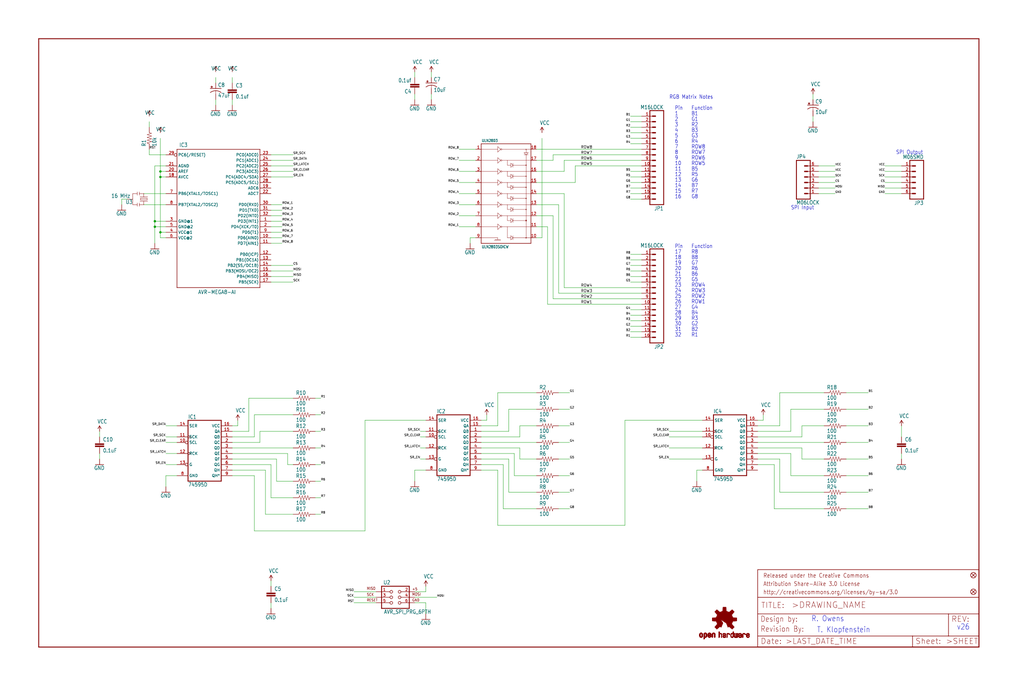
<source format=kicad_sch>
(kicad_sch (version 20211123) (generator eeschema)
  (paper "User" 470.306 317.906)
  (lib_symbols
    (symbol "schematicEagle-eagle-import:74595D"
      (property "Reference" "IC" (at -5.08 13.335 0))
      (property "Value" "74595D" (at -5.08 -17.78 0))
      (symbol "74595D_1_0"
        (pin tri_state line (at 15.24 5.08 180) (length 5.08) (name "QB") (number "1"))
        (pin input inverted (at -10.16 2.54 0) (length 5.08) (name "SCL") (number "10"))
        (pin input clock (at -10.16 5.08 0) (length 5.08) (name "SCK") (number "11"))
        (pin input clock (at -10.16 -2.54 0) (length 5.08) (name "RCK") (number "12"))
        (pin input inverted (at -10.16 -7.62 0) (length 5.08) (name "G") (number "13"))
        (pin input line (at -10.16 10.16 0) (length 5.08) (name "SER") (number "14"))
        (pin tri_state line (at 15.24 7.62 180) (length 5.08) (name "QA") (number "15"))
        (pin power_in line (at 15.24 10.16 180) (length 5.08) (name "VCC") (number "16"))
        (pin tri_state line (at 15.24 2.54 180) (length 5.08) (name "QC") (number "2"))
        (pin tri_state line (at 15.24 0 180) (length 5.08) (name "QD") (number "3"))
        (pin tri_state line (at 15.24 -2.54 180) (length 5.08) (name "QE") (number "4"))
        (pin tri_state line (at 15.24 -5.08 180) (length 5.08) (name "QF") (number "5"))
        (pin tri_state line (at 15.24 -7.62 180) (length 5.08) (name "QG") (number "6"))
        (pin tri_state line (at 15.24 -10.16 180) (length 5.08) (name "QH") (number "7"))
        (pin power_in line (at -10.16 -12.7 0) (length 5.08) (name "GND") (number "8"))
        (pin tri_state line (at 15.24 -12.7 180) (length 5.08) (name "QH*") (number "9"))
      )
    )
    (symbol "schematicEagle-eagle-import:AVR-MEGA8-AI"
      (property "Reference" "IC" (at -17.78 -40.64 0))
      (property "Value" "AVR-MEGA8-AI" (at -5.08 30.48 0))
      (symbol "AVR-MEGA8-AI_1_0"
        (pin bidirectional line (at 25.4 -5.08 180) (length 5.08) (name "PD3(INT1)") (number "1"))
        (pin bidirectional line (at 25.4 -12.7 180) (length 5.08) (name "PD6(AIN0)") (number "10"))
        (pin bidirectional line (at 25.4 -15.24 180) (length 5.08) (name "PD7(AIN1)") (number "11"))
        (pin bidirectional line (at 25.4 -20.32 180) (length 5.08) (name "PB0(ICP)") (number "12"))
        (pin bidirectional line (at 25.4 -22.86 180) (length 5.08) (name "PB1(OC1A)") (number "13"))
        (pin bidirectional line (at 25.4 -25.4 180) (length 5.08) (name "PB2(SS/OC1B)") (number "14"))
        (pin bidirectional line (at 25.4 -27.94 180) (length 5.08) (name "PB3(MOSI/OC2)") (number "15"))
        (pin bidirectional line (at 25.4 -30.48 180) (length 5.08) (name "PB4(MISO)") (number "16"))
        (pin bidirectional line (at 25.4 -33.02 180) (length 5.08) (name "PB5(SCK)") (number "17"))
        (pin bidirectional line (at -22.86 15.24 0) (length 5.08) (name "AVCC") (number "18"))
        (pin bidirectional line (at 25.4 10.16 180) (length 5.08) (name "ADC6") (number "19"))
        (pin bidirectional line (at 25.4 -7.62 180) (length 5.08) (name "PD4(XCK/T0)") (number "2"))
        (pin bidirectional line (at -22.86 17.78 0) (length 5.08) (name "AREF") (number "20"))
        (pin bidirectional line (at -22.86 20.32 0) (length 5.08) (name "AGND") (number "21"))
        (pin bidirectional line (at 25.4 7.62 180) (length 5.08) (name "ADC7") (number "22"))
        (pin bidirectional line (at 25.4 25.4 180) (length 5.08) (name "PC0(ADC0)") (number "23"))
        (pin bidirectional line (at 25.4 22.86 180) (length 5.08) (name "PC1(ADC1)") (number "24"))
        (pin bidirectional line (at 25.4 20.32 180) (length 5.08) (name "PC2(ADC2)") (number "25"))
        (pin bidirectional line (at 25.4 17.78 180) (length 5.08) (name "PC3(ADC3)") (number "26"))
        (pin bidirectional line (at 25.4 15.24 180) (length 5.08) (name "PC4(ADC4/SDA)") (number "27"))
        (pin bidirectional line (at 25.4 12.7 180) (length 5.08) (name "PC5(ADC5/SCL)") (number "28"))
        (pin bidirectional inverted (at -22.86 25.4 0) (length 5.08) (name "PC6(/RESET)") (number "29"))
        (pin bidirectional line (at -22.86 -5.08 0) (length 5.08) (name "GND@1") (number "3"))
        (pin bidirectional line (at 25.4 2.54 180) (length 5.08) (name "PD0(RXD)") (number "30"))
        (pin bidirectional line (at 25.4 0 180) (length 5.08) (name "PD1(TXD)") (number "31"))
        (pin bidirectional line (at 25.4 -2.54 180) (length 5.08) (name "PD2(INT0)") (number "32"))
        (pin bidirectional line (at -22.86 -10.16 0) (length 5.08) (name "VCC@1") (number "4"))
        (pin bidirectional line (at -22.86 -7.62 0) (length 5.08) (name "GND@2") (number "5"))
        (pin bidirectional line (at -22.86 -12.7 0) (length 5.08) (name "VCC@2") (number "6"))
        (pin bidirectional line (at -22.86 7.62 0) (length 5.08) (name "PB6(XTAL1/TOSC1)") (number "7"))
        (pin bidirectional line (at -22.86 2.54 0) (length 5.08) (name "PB7(XTAL2/TOSC2)") (number "8"))
        (pin bidirectional line (at 25.4 -10.16 180) (length 5.08) (name "PD5(T1)") (number "9"))
      )
    )
    (symbol "schematicEagle-eagle-import:AVR_SPI_PRG_6PTH"
      (property "Value" "AVR_SPI_PRG_6PTH" (at -4.064 -7.62 0))
      (symbol "AVR_SPI_PRG_6PTH_1_0"
        (text "+5" (at 8.89 3.048 0) (effects (font (size 1.27 1.0795)) (justify left bottom)))
        (text "GND" (at 8.89 -2.032 0) (effects (font (size 1.27 1.0795)) (justify left bottom)))
        (text "MISO" (at -11.938 3.302 0) (effects (font (size 1.27 1.0795)) (justify left bottom)))
        (text "MOSI" (at 8.89 0.635 0) (effects (font (size 1.27 1.0795)) (justify left bottom)))
        (text "RESET" (at -11.938 -2.032 0) (effects (font (size 1.27 1.0795)) (justify left bottom)))
        (text "SCK" (at -11.938 0.508 0) (effects (font (size 1.27 1.0795)) (justify left bottom)))
        (pin passive inverted (at -7.62 2.54 0) (length 7.62) (name "1") (number "1"))
        (pin passive inverted (at 10.16 2.54 180) (length 7.62) (name "2") (number "2"))
        (pin passive inverted (at -7.62 0 0) (length 7.62) (name "3") (number "3"))
        (pin passive inverted (at 10.16 0 180) (length 7.62) (name "4") (number "4"))
        (pin passive inverted (at -7.62 -2.54 0) (length 7.62) (name "5") (number "5"))
        (pin passive inverted (at 10.16 -2.54 180) (length 7.62) (name "6") (number "6"))
      )
    )
    (symbol "schematicEagle-eagle-import:CAP0603-CAP"
      (property "Reference" "C" (at 1.524 2.921 0))
      (property "Value" "CAP0603-CAP" (at 1.524 -2.159 0))
      (symbol "CAP0603-CAP_1_0"
        (pin passive line (at 0 5.08 270) (length 2.54) (name "1") (number "1"))
        (pin passive line (at 0 -2.54 90) (length 2.54) (name "2") (number "2"))
      )
    )
    (symbol "schematicEagle-eagle-import:CAP_POL1206"
      (property "Reference" "C" (at 1.016 0.635 0))
      (property "Value" "CAP_POL1206" (at 1.016 -4.191 0))
      (symbol "CAP_POL1206_1_0"
        (pin passive line (at 0 2.54 270) (length 2.54) (name "+") (number "A"))
        (pin passive line (at 0 -5.08 90) (length 2.54) (name "-") (number "C"))
      )
    )
    (symbol "schematicEagle-eagle-import:CAP_POL3528"
      (property "Reference" "C" (at 1.016 0.635 0))
      (property "Value" "CAP_POL3528" (at 1.016 -4.191 0))
      (symbol "CAP_POL3528_1_0"
        (pin passive line (at 0 2.54 270) (length 2.54) (name "+") (number "A"))
        (pin passive line (at 0 -5.08 90) (length 2.54) (name "-") (number "C"))
      )
    )
    (symbol "schematicEagle-eagle-import:FIDUCIAL1X2")
    (symbol "schematicEagle-eagle-import:FRAME-LEDGER"
      (symbol "FRAME-LEDGER_2_0"
        (text ">DRAWING_NAME" (at 15.494 17.78 0) (effects (font (size 2.7432 2.7432)) (justify left bottom)))
        (text ">LAST_DATE_TIME" (at 12.7 1.27 0) (effects (font (size 2.54 2.54)) (justify left bottom)))
        (text ">SHEET" (at 86.36 1.27 0) (effects (font (size 2.54 2.54)) (justify left bottom)))
        (text "Attribution Share-Alike 3.0 License" (at 2.54 27.94 0) (effects (font (size 1.9304 1.6408)) (justify left bottom)))
        (text "Date:" (at 1.27 1.27 0) (effects (font (size 2.54 2.54)) (justify left bottom)))
        (text "Design by:" (at 1.27 11.43 0) (effects (font (size 2.54 2.159)) (justify left bottom)))
        (text "http://creativecommons.org/licenses/by-sa/3.0" (at 2.54 24.13 0) (effects (font (size 1.9304 1.6408)) (justify left bottom)))
        (text "Released under the Creative Commons" (at 2.54 31.75 0) (effects (font (size 1.9304 1.6408)) (justify left bottom)))
        (text "REV:" (at 88.9 11.43 0) (effects (font (size 2.54 2.54)) (justify left bottom)))
        (text "Sheet:" (at 72.39 1.27 0) (effects (font (size 2.54 2.54)) (justify left bottom)))
        (text "TITLE:" (at 1.524 17.78 0) (effects (font (size 2.54 2.54)) (justify left bottom)))
      )
    )
    (symbol "schematicEagle-eagle-import:GND" (power)
      (property "Value" "GND" (at -2.54 -2.54 0))
      (symbol "GND_1_0"
        (pin power_in line (at 0 2.54 270) (length 2.54) (name "GND") (number "1"))
      )
    )
    (symbol "schematicEagle-eagle-import:M06LOCK"
      (property "Reference" "JP" (at -5.08 10.922 0))
      (property "Value" "M06LOCK" (at -5.08 -10.16 0))
      (symbol "M06LOCK_1_0"
        (pin passive line (at 5.08 -5.08 180) (length 5.08) (name "1") (number "1"))
        (pin passive line (at 5.08 -2.54 180) (length 5.08) (name "2") (number "2"))
        (pin passive line (at 5.08 0 180) (length 5.08) (name "3") (number "3"))
        (pin passive line (at 5.08 2.54 180) (length 5.08) (name "4") (number "4"))
        (pin passive line (at 5.08 5.08 180) (length 5.08) (name "5") (number "5"))
        (pin passive line (at 5.08 7.62 180) (length 5.08) (name "6") (number "6"))
      )
    )
    (symbol "schematicEagle-eagle-import:M06SMD"
      (property "Reference" "JP" (at -5.08 10.922 0))
      (property "Value" "M06SMD" (at -5.08 -10.16 0))
      (symbol "M06SMD_1_0"
        (pin passive line (at 5.08 -5.08 180) (length 5.08) (name "1") (number "1"))
        (pin passive line (at 5.08 -2.54 180) (length 5.08) (name "2") (number "2"))
        (pin passive line (at 5.08 0 180) (length 5.08) (name "3") (number "3"))
        (pin passive line (at 5.08 2.54 180) (length 5.08) (name "4") (number "4"))
        (pin passive line (at 5.08 5.08 180) (length 5.08) (name "5") (number "5"))
        (pin passive line (at 5.08 7.62 180) (length 5.08) (name "6") (number "6"))
      )
    )
    (symbol "schematicEagle-eagle-import:M16LOCK"
      (property "Reference" "JP" (at 0 21.082 0))
      (property "Value" "M16LOCK" (at 0 -25.4 0))
      (symbol "M16LOCK_1_0"
        (pin passive line (at 10.16 -20.32 180) (length 5.08) (name "1") (number "1"))
        (pin passive line (at 10.16 2.54 180) (length 5.08) (name "10") (number "10"))
        (pin passive line (at 10.16 5.08 180) (length 5.08) (name "11") (number "11"))
        (pin passive line (at 10.16 7.62 180) (length 5.08) (name "12") (number "12"))
        (pin passive line (at 10.16 10.16 180) (length 5.08) (name "13") (number "13"))
        (pin passive line (at 10.16 12.7 180) (length 5.08) (name "14") (number "14"))
        (pin passive line (at 10.16 15.24 180) (length 5.08) (name "15") (number "15"))
        (pin passive line (at 10.16 17.78 180) (length 5.08) (name "16") (number "16"))
        (pin passive line (at 10.16 -17.78 180) (length 5.08) (name "2") (number "2"))
        (pin passive line (at 10.16 -15.24 180) (length 5.08) (name "3") (number "3"))
        (pin passive line (at 10.16 -12.7 180) (length 5.08) (name "4") (number "4"))
        (pin passive line (at 10.16 -10.16 180) (length 5.08) (name "5") (number "5"))
        (pin passive line (at 10.16 -7.62 180) (length 5.08) (name "6") (number "6"))
        (pin passive line (at 10.16 -5.08 180) (length 5.08) (name "7") (number "7"))
        (pin passive line (at 10.16 -2.54 180) (length 5.08) (name "8") (number "8"))
        (pin passive line (at 10.16 0 180) (length 5.08) (name "9") (number "9"))
      )
    )
    (symbol "schematicEagle-eagle-import:OSHW-LOGOL")
    (symbol "schematicEagle-eagle-import:RESISTOR0603-RES"
      (property "Reference" "R" (at -3.81 1.4986 0))
      (property "Value" "RESISTOR0603-RES" (at -3.81 -3.302 0))
      (symbol "RESISTOR0603-RES_1_0"
        (pin passive line (at -5.08 0 0) (length 2.54) (name "1") (number "1"))
        (pin passive line (at 5.08 0 180) (length 2.54) (name "2") (number "2"))
      )
    )
    (symbol "schematicEagle-eagle-import:RESONATORSMD"
      (property "Value" "RESONATORSMD" (at 2.54 -7.62 0))
      (symbol "RESONATORSMD_1_0"
        (pin passive line (at -2.54 0 0) (length 0) (name "1") (number "1"))
        (pin passive line (at 0 -7.62 90) (length 0) (name "2") (number "2"))
        (pin passive line (at 2.54 0 180) (length 0) (name "3") (number "3"))
      )
    )
    (symbol "schematicEagle-eagle-import:REVISION"
      (symbol "REVISION_1_0"
        (text "Revision By: " (at 0 0 0) (effects (font (size 2.54 2.159)) (justify left bottom)))
      )
    )
    (symbol "schematicEagle-eagle-import:ULN2803SOICW"
      (property "Reference" "ULN2803" (at -9.906 21.082 0))
      (property "Value" "ULN2803SOICW" (at -9.906 -27.686 0))
      (symbol "ULN2803SOICW_1_0"
        (pin bidirectional line (at -12.7 17.78 0) (length 2.54) (name "1") (number "1"))
        (pin bidirectional line (at 15.24 -22.86 180) (length 2.54) (name "10") (number "10"))
        (pin bidirectional line (at 15.24 -17.78 180) (length 2.54) (name "11") (number "11"))
        (pin bidirectional line (at 15.24 -12.7 180) (length 2.54) (name "12") (number "12"))
        (pin bidirectional line (at 15.24 -7.62 180) (length 2.54) (name "13") (number "13"))
        (pin bidirectional line (at 15.24 -2.54 180) (length 2.54) (name "14") (number "14"))
        (pin bidirectional line (at 15.24 2.54 180) (length 2.54) (name "15") (number "15"))
        (pin bidirectional line (at 15.24 7.62 180) (length 2.54) (name "16") (number "16"))
        (pin bidirectional line (at 15.24 12.7 180) (length 2.54) (name "17") (number "17"))
        (pin bidirectional line (at 15.24 17.78 180) (length 2.54) (name "18") (number "18"))
        (pin bidirectional line (at -12.7 12.7 0) (length 2.54) (name "2") (number "2"))
        (pin bidirectional line (at -12.7 7.62 0) (length 2.54) (name "3") (number "3"))
        (pin bidirectional line (at -12.7 2.54 0) (length 2.54) (name "4") (number "4"))
        (pin bidirectional line (at -12.7 -2.54 0) (length 2.54) (name "5") (number "5"))
        (pin bidirectional line (at -12.7 -7.62 0) (length 2.54) (name "6") (number "6"))
        (pin bidirectional line (at -12.7 -12.7 0) (length 2.54) (name "7") (number "7"))
        (pin bidirectional line (at -12.7 -17.78 0) (length 2.54) (name "8") (number "8"))
        (pin bidirectional line (at -12.7 -22.86 0) (length 2.54) (name "9") (number "9"))
      )
    )
    (symbol "schematicEagle-eagle-import:VCC" (power)
      (property "Value" "VCC" (at -1.016 3.556 0))
      (symbol "VCC_1_0"
        (pin power_in line (at 0 0 90) (length 2.54) (name "VCC") (number "1"))
      )
    )
  )
  (junction (at 73.66 106.68))
  (junction (at 73.66 78.74))
  (junction (at 73.66 81.28))
  (junction (at 71.12 101.6))
  (junction (at 71.12 104.14))
  (wire (pts (xy 246.38 109.22) (xy 248.92 109.22)))
  (wire (pts (xy 256.54 233.68) (xy 261.62 233.68)))
  (wire (pts (xy 124.46 109.22) (xy 129.54 109.22)))
  (wire (pts (xy 238.76 200.66) (xy 238.76 195.58)))
  (wire (pts (xy 124.46 104.14) (xy 129.54 104.14)))
  (wire (pts (xy 106.68 45.72) (xy 106.68 48.26)))
  (wire (pts (xy 144.78 213.36) (xy 147.32 213.36)))
  (wire (pts (xy 106.68 203.2) (xy 119.38 203.2)))
  (wire (pts (xy 218.44 73.66) (xy 210.82 73.66)))
  (wire (pts (xy 76.2 104.14) (xy 71.12 104.14)))
  (wire (pts (xy 233.68 198.12) (xy 233.68 187.96)))
  (wire (pts (xy 144.78 182.88) (xy 147.32 182.88)))
  (wire (pts (xy 259.08 78.74) (xy 246.38 78.74)))
  (wire (pts (xy 106.68 215.9) (xy 121.92 215.9)))
  (wire (pts (xy 195.58 276.86) (xy 195.58 281.94)))
  (wire (pts (xy 238.76 205.74) (xy 238.76 210.82)))
  (wire (pts (xy 144.78 190.5) (xy 147.32 190.5)))
  (wire (pts (xy 287.02 193.04) (xy 322.58 193.04)))
  (wire (pts (xy 73.66 109.22) (xy 73.66 106.68)))
  (wire (pts (xy 215.9 109.22) (xy 215.9 111.76)))
  (wire (pts (xy 124.46 93.98) (xy 129.54 93.98)))
  (wire (pts (xy 116.84 190.5) (xy 134.62 190.5)))
  (wire (pts (xy 81.28 200.66) (xy 76.2 200.66)))
  (wire (pts (xy 106.68 205.74) (xy 134.62 205.74)))
  (wire (pts (xy 228.6 195.58) (xy 228.6 180.34)))
  (wire (pts (xy 124.46 266.7) (xy 124.46 269.24)))
  (wire (pts (xy 246.38 73.66) (xy 254 73.66)))
  (wire (pts (xy 294.64 142.24) (xy 289.56 142.24)))
  (wire (pts (xy 223.52 193.04) (xy 220.98 193.04)))
  (wire (pts (xy 55.88 91.44) (xy 55.88 93.98)))
  (wire (pts (xy 256.54 226.06) (xy 261.62 226.06)))
  (wire (pts (xy 358.14 180.34) (xy 358.14 195.58)))
  (wire (pts (xy 375.92 86.36) (xy 383.54 86.36)))
  (wire (pts (xy 375.92 76.2) (xy 383.54 76.2)))
  (wire (pts (xy 76.2 78.74) (xy 73.66 78.74)))
  (wire (pts (xy 68.58 71.12) (xy 76.2 71.12)))
  (wire (pts (xy 76.2 101.6) (xy 71.12 101.6)))
  (wire (pts (xy 218.44 93.98) (xy 210.82 93.98)))
  (wire (pts (xy 220.98 208.28) (xy 236.22 208.28)))
  (wire (pts (xy 233.68 210.82) (xy 233.68 226.06)))
  (wire (pts (xy 220.98 213.36) (xy 231.14 213.36)))
  (wire (pts (xy 368.3 195.58) (xy 368.3 200.66)))
  (wire (pts (xy 71.12 101.6) (xy 71.12 104.14)))
  (wire (pts (xy 172.72 276.86) (xy 162.56 276.86)))
  (wire (pts (xy 76.2 218.44) (xy 81.28 218.44)))
  (wire (pts (xy 294.64 121.92) (xy 289.56 121.92)))
  (wire (pts (xy 119.38 203.2) (xy 119.38 198.12)))
  (wire (pts (xy 116.84 200.66) (xy 116.84 190.5)))
  (wire (pts (xy 414.02 81.28) (xy 406.4 81.28)))
  (wire (pts (xy 200.66 274.32) (xy 190.5 274.32)))
  (wire (pts (xy 294.64 83.82) (xy 289.56 83.82)))
  (wire (pts (xy 388.62 210.82) (xy 398.78 210.82)))
  (wire (pts (xy 198.12 45.72) (xy 198.12 43.18)))
  (wire (pts (xy 322.58 205.74) (xy 307.34 205.74)))
  (wire (pts (xy 106.68 218.44) (xy 116.84 218.44)))
  (wire (pts (xy 76.2 109.22) (xy 73.66 109.22)))
  (wire (pts (xy 76.2 93.98) (xy 66.04 93.98)))
  (wire (pts (xy 106.68 213.36) (xy 124.46 213.36)))
  (wire (pts (xy 218.44 68.58) (xy 210.82 68.58)))
  (wire (pts (xy 368.3 210.82) (xy 368.3 205.74)))
  (wire (pts (xy 294.64 147.32) (xy 289.56 147.32)))
  (wire (pts (xy 248.92 109.22) (xy 248.92 63.5)))
  (wire (pts (xy 132.08 213.36) (xy 134.62 213.36)))
  (wire (pts (xy 373.38 53.34) (xy 373.38 55.88)))
  (wire (pts (xy 124.46 99.06) (xy 129.54 99.06)))
  (wire (pts (xy 116.84 218.44) (xy 116.84 243.84)))
  (wire (pts (xy 294.64 86.36) (xy 289.56 86.36)))
  (wire (pts (xy 294.64 53.34) (xy 289.56 53.34)))
  (wire (pts (xy 294.64 76.2) (xy 264.16 76.2)))
  (wire (pts (xy 378.46 218.44) (xy 363.22 218.44)))
  (wire (pts (xy 256.54 180.34) (xy 261.62 180.34)))
  (wire (pts (xy 294.64 68.58) (xy 246.38 68.58)))
  (wire (pts (xy 375.92 88.9) (xy 383.54 88.9)))
  (wire (pts (xy 124.46 111.76) (xy 129.54 111.76)))
  (wire (pts (xy 127 210.82) (xy 127 220.98)))
  (wire (pts (xy 368.3 200.66) (xy 347.98 200.66)))
  (wire (pts (xy 124.46 228.6) (xy 134.62 228.6)))
  (wire (pts (xy 322.58 210.82) (xy 307.34 210.82)))
  (wire (pts (xy 254 73.66) (xy 254 71.12)))
  (wire (pts (xy 414.02 86.36) (xy 406.4 86.36)))
  (wire (pts (xy 322.58 198.12) (xy 307.34 198.12)))
  (wire (pts (xy 378.46 233.68) (xy 355.6 233.68)))
  (wire (pts (xy 127 220.98) (xy 134.62 220.98)))
  (wire (pts (xy 246.38 88.9) (xy 259.08 88.9)))
  (wire (pts (xy 355.6 233.68) (xy 355.6 213.36)))
  (wire (pts (xy 228.6 180.34) (xy 246.38 180.34)))
  (wire (pts (xy 294.64 60.96) (xy 289.56 60.96)))
  (wire (pts (xy 220.98 210.82) (xy 233.68 210.82)))
  (wire (pts (xy 76.2 223.52) (xy 76.2 218.44)))
  (wire (pts (xy 246.38 93.98) (xy 256.54 93.98)))
  (wire (pts (xy 68.58 55.88) (xy 68.58 58.42)))
  (wire (pts (xy 256.54 218.44) (xy 261.62 218.44)))
  (wire (pts (xy 363.22 198.12) (xy 347.98 198.12)))
  (wire (pts (xy 388.62 218.44) (xy 398.78 218.44)))
  (wire (pts (xy 162.56 271.78) (xy 172.72 271.78)))
  (wire (pts (xy 124.46 129.54) (xy 134.62 129.54)))
  (wire (pts (xy 73.66 78.74) (xy 73.66 63.5)))
  (wire (pts (xy 294.64 73.66) (xy 259.08 73.66)))
  (wire (pts (xy 294.64 129.54) (xy 289.56 129.54)))
  (wire (pts (xy 294.64 149.86) (xy 289.56 149.86)))
  (wire (pts (xy 294.64 66.04) (xy 289.56 66.04)))
  (wire (pts (xy 254 71.12) (xy 294.64 71.12)))
  (wire (pts (xy 358.14 195.58) (xy 347.98 195.58)))
  (wire (pts (xy 238.76 210.82) (xy 246.38 210.82)))
  (wire (pts (xy 190.5 276.86) (xy 195.58 276.86)))
  (wire (pts (xy 121.92 236.22) (xy 134.62 236.22)))
  (wire (pts (xy 172.72 274.32) (xy 162.56 274.32)))
  (wire (pts (xy 236.22 218.44) (xy 246.38 218.44)))
  (wire (pts (xy 378.46 187.96) (xy 363.22 187.96)))
  (wire (pts (xy 355.6 213.36) (xy 347.98 213.36)))
  (wire (pts (xy 363.22 218.44) (xy 363.22 208.28)))
  (wire (pts (xy 294.64 55.88) (xy 289.56 55.88)))
  (wire (pts (xy 124.46 124.46) (xy 134.62 124.46)))
  (wire (pts (xy 238.76 195.58) (xy 246.38 195.58)))
  (wire (pts (xy 228.6 241.3) (xy 287.02 241.3)))
  (wire (pts (xy 99.06 45.72) (xy 99.06 48.26)))
  (wire (pts (xy 287.02 241.3) (xy 287.02 193.04)))
  (wire (pts (xy 363.22 187.96) (xy 363.22 198.12)))
  (wire (pts (xy 294.64 144.78) (xy 289.56 144.78)))
  (wire (pts (xy 124.46 127) (xy 134.62 127)))
  (wire (pts (xy 378.46 226.06) (xy 358.14 226.06)))
  (wire (pts (xy 68.58 68.58) (xy 68.58 71.12)))
  (wire (pts (xy 114.3 182.88) (xy 134.62 182.88)))
  (wire (pts (xy 256.54 203.2) (xy 261.62 203.2)))
  (wire (pts (xy 124.46 213.36) (xy 124.46 228.6)))
  (wire (pts (xy 378.46 195.58) (xy 368.3 195.58)))
  (wire (pts (xy 294.64 81.28) (xy 289.56 81.28)))
  (wire (pts (xy 218.44 88.9) (xy 210.82 88.9)))
  (wire (pts (xy 388.62 180.34) (xy 398.78 180.34)))
  (wire (pts (xy 198.12 33.02) (xy 198.12 35.56)))
  (wire (pts (xy 294.64 116.84) (xy 289.56 116.84)))
  (wire (pts (xy 350.52 190.5) (xy 350.52 193.04)))
  (wire (pts (xy 388.62 203.2) (xy 398.78 203.2)))
  (wire (pts (xy 294.64 124.46) (xy 289.56 124.46)))
  (wire (pts (xy 167.64 243.84) (xy 167.64 193.04)))
  (wire (pts (xy 71.12 104.14) (xy 71.12 111.76)))
  (wire (pts (xy 388.62 226.06) (xy 398.78 226.06)))
  (wire (pts (xy 251.46 139.7) (xy 294.64 139.7)))
  (wire (pts (xy 220.98 203.2) (xy 246.38 203.2)))
  (wire (pts (xy 119.38 198.12) (xy 134.62 198.12)))
  (wire (pts (xy 246.38 83.82) (xy 264.16 83.82)))
  (wire (pts (xy 378.46 203.2) (xy 347.98 203.2)))
  (wire (pts (xy 414.02 195.58) (xy 414.02 200.66)))
  (wire (pts (xy 121.92 215.9) (xy 121.92 236.22)))
  (wire (pts (xy 220.98 198.12) (xy 233.68 198.12)))
  (wire (pts (xy 195.58 210.82) (xy 193.04 210.82)))
  (wire (pts (xy 195.58 205.74) (xy 193.04 205.74)))
  (wire (pts (xy 144.78 236.22) (xy 147.32 236.22)))
  (wire (pts (xy 358.14 210.82) (xy 347.98 210.82)))
  (wire (pts (xy 259.08 132.08) (xy 294.64 132.08)))
  (wire (pts (xy 254 99.06) (xy 254 137.16)))
  (wire (pts (xy 322.58 200.66) (xy 307.34 200.66)))
  (wire (pts (xy 45.72 210.82) (xy 45.72 208.28)))
  (wire (pts (xy 124.46 101.6) (xy 129.54 101.6)))
  (wire (pts (xy 81.28 208.28) (xy 76.2 208.28)))
  (wire (pts (xy 320.04 220.98) (xy 320.04 215.9)))
  (wire (pts (xy 220.98 200.66) (xy 238.76 200.66)))
  (wire (pts (xy 236.22 208.28) (xy 236.22 218.44)))
  (wire (pts (xy 114.3 198.12) (xy 114.3 182.88)))
  (wire (pts (xy 294.64 127) (xy 289.56 127)))
  (wire (pts (xy 195.58 198.12) (xy 193.04 198.12)))
  (wire (pts (xy 220.98 215.9) (xy 228.6 215.9)))
  (wire (pts (xy 228.6 215.9) (xy 228.6 241.3)))
  (wire (pts (xy 231.14 233.68) (xy 246.38 233.68)))
  (wire (pts (xy 220.98 195.58) (xy 228.6 195.58)))
  (wire (pts (xy 388.62 233.68) (xy 398.78 233.68)))
  (wire (pts (xy 414.02 210.82) (xy 414.02 208.28)))
  (wire (pts (xy 375.92 83.82) (xy 383.54 83.82)))
  (wire (pts (xy 246.38 99.06) (xy 254 99.06)))
  (wire (pts (xy 256.54 134.62) (xy 294.64 134.62)))
  (wire (pts (xy 414.02 88.9) (xy 406.4 88.9)))
  (wire (pts (xy 124.46 78.74) (xy 134.62 78.74)))
  (wire (pts (xy 254 137.16) (xy 294.64 137.16)))
  (wire (pts (xy 167.64 193.04) (xy 195.58 193.04)))
  (wire (pts (xy 124.46 81.28) (xy 134.62 81.28)))
  (wire (pts (xy 124.46 73.66) (xy 134.62 73.66)))
  (wire (pts (xy 363.22 208.28) (xy 347.98 208.28)))
  (wire (pts (xy 294.64 88.9) (xy 289.56 88.9)))
  (wire (pts (xy 218.44 99.06) (xy 210.82 99.06)))
  (wire (pts (xy 58.42 91.44) (xy 55.88 91.44)))
  (wire (pts (xy 233.68 226.06) (xy 246.38 226.06)))
  (wire (pts (xy 73.66 106.68) (xy 73.66 81.28)))
  (wire (pts (xy 124.46 76.2) (xy 134.62 76.2)))
  (wire (pts (xy 223.52 190.5) (xy 223.52 193.04)))
  (wire (pts (xy 116.84 243.84) (xy 167.64 243.84)))
  (wire (pts (xy 218.44 78.74) (xy 210.82 78.74)))
  (wire (pts (xy 259.08 88.9) (xy 259.08 132.08)))
  (wire (pts (xy 378.46 210.82) (xy 368.3 210.82)))
  (wire (pts (xy 144.78 220.98) (xy 147.32 220.98)))
  (wire (pts (xy 190.5 45.72) (xy 190.5 43.18)))
  (wire (pts (xy 76.2 81.28) (xy 73.66 81.28)))
  (wire (pts (xy 106.68 210.82) (xy 127 210.82)))
  (wire (pts (xy 368.3 205.74) (xy 347.98 205.74)))
  (wire (pts (xy 218.44 104.14) (xy 210.82 104.14)))
  (wire (pts (xy 231.14 213.36) (xy 231.14 233.68)))
  (wire (pts (xy 81.28 213.36) (xy 76.2 213.36)))
  (wire (pts (xy 144.78 205.74) (xy 147.32 205.74)))
  (wire (pts (xy 195.58 200.66) (xy 193.04 200.66)))
  (wire (pts (xy 76.2 76.2) (xy 71.12 76.2)))
  (wire (pts (xy 375.92 81.28) (xy 383.54 81.28)))
  (wire (pts (xy 144.78 198.12) (xy 147.32 198.12)))
  (wire (pts (xy 388.62 187.96) (xy 398.78 187.96)))
  (wire (pts (xy 190.5 220.98) (xy 190.5 215.9)))
  (wire (pts (xy 81.28 195.58) (xy 76.2 195.58)))
  (wire (pts (xy 109.22 195.58) (xy 106.68 195.58)))
  (wire (pts (xy 259.08 73.66) (xy 259.08 78.74)))
  (wire (pts (xy 124.46 121.92) (xy 134.62 121.92)))
  (wire (pts (xy 294.64 78.74) (xy 289.56 78.74)))
  (wire (pts (xy 414.02 83.82) (xy 406.4 83.82)))
  (wire (pts (xy 233.68 187.96) (xy 246.38 187.96)))
  (wire (pts (xy 99.06 35.56) (xy 99.06 38.1)))
  (wire (pts (xy 378.46 180.34) (xy 358.14 180.34)))
  (wire (pts (xy 218.44 83.82) (xy 210.82 83.82)))
  (wire (pts (xy 256.54 93.98) (xy 256.54 134.62)))
  (wire (pts (xy 256.54 195.58) (xy 261.62 195.58)))
  (wire (pts (xy 109.22 193.04) (xy 109.22 195.58)))
  (wire (pts (xy 71.12 76.2) (xy 71.12 101.6)))
  (wire (pts (xy 106.68 198.12) (xy 114.3 198.12)))
  (wire (pts (xy 358.14 226.06) (xy 358.14 210.82)))
  (wire (pts (xy 218.44 109.22) (xy 215.9 109.22)))
  (wire (pts (xy 294.64 152.4) (xy 289.56 152.4)))
  (wire (pts (xy 144.78 228.6) (xy 147.32 228.6)))
  (wire (pts (xy 320.04 215.9) (xy 322.58 215.9)))
  (wire (pts (xy 190.5 33.02) (xy 190.5 35.56)))
  (wire (pts (xy 73.66 81.28) (xy 73.66 78.74)))
  (wire (pts (xy 251.46 104.14) (xy 251.46 139.7)))
  (wire (pts (xy 375.92 78.74) (xy 383.54 78.74)))
  (wire (pts (xy 414.02 76.2) (xy 406.4 76.2)))
  (wire (pts (xy 132.08 208.28) (xy 132.08 213.36)))
  (wire (pts (xy 106.68 35.56) (xy 106.68 38.1)))
  (wire (pts (xy 195.58 271.78) (xy 190.5 271.78)))
  (wire (pts (xy 256.54 210.82) (xy 261.62 210.82)))
  (wire (pts (xy 294.64 58.42) (xy 289.56 58.42)))
  (wire (pts (xy 106.68 208.28) (xy 132.08 208.28)))
  (wire (pts (xy 106.68 200.66) (xy 116.84 200.66)))
  (wire (pts (xy 294.64 63.5) (xy 289.56 63.5)))
  (wire (pts (xy 350.52 193.04) (xy 347.98 193.04)))
  (wire (pts (xy 256.54 187.96) (xy 261.62 187.96)))
  (wire (pts (xy 294.64 119.38) (xy 289.56 119.38)))
  (wire (pts (xy 195.58 271.78) (xy 195.58 269.24)))
  (wire (pts (xy 264.16 83.82) (xy 264.16 76.2)))
  (wire (pts (xy 124.46 96.52) (xy 129.54 96.52)))
  (wire (pts (xy 190.5 215.9) (xy 195.58 215.9)))
  (wire (pts (xy 414.02 78.74) (xy 406.4 78.74)))
  (wire (pts (xy 76.2 88.9) (xy 66.04 88.9)))
  (wire (pts (xy 124.46 279.4) (xy 124.46 276.86)))
  (wire (pts (xy 124.46 71.12) (xy 134.62 71.12)))
  (wire (pts (xy 294.64 154.94) (xy 289.56 154.94)))
  (wire (pts (xy 45.72 198.12) (xy 45.72 200.66)))
  (wire (pts (xy 124.46 106.68) (xy 129.54 106.68)))
  (wire (pts (xy 76.2 106.68) (xy 73.66 106.68)))
  (wire (pts (xy 294.64 91.44) (xy 289.56 91.44)))
  (wire (pts (xy 81.28 203.2) (xy 76.2 203.2)))
  (wire (pts (xy 246.38 104.14) (xy 251.46 104.14)))
  (wire (pts (xy 388.62 195.58) (xy 398.78 195.58)))
  (wire (pts (xy 373.38 45.72) (xy 373.38 43.18)))
  (wire (pts (xy 220.98 205.74) (xy 238.76 205.74)))
  (text "15" (at 309.88 88.9 180) (effects (font (size 1.778 1.5113)) (justify left bottom)))
  (text "18" (at 309.88 119.38 180) (effects (font (size 1.778 1.5113)) (justify left bottom)))
  (text "R1" (at 317.5 154.94 180) (effects (font (size 1.778 1.5113)) (justify left bottom)))
  (text "12" (at 309.88 81.28 180) (effects (font (size 1.778 1.5113)) (justify left bottom)))
  (text "25" (at 309.88 137.16 180) (effects (font (size 1.778 1.5113)) (justify left bottom)))
  (text "G4" (at 317.5 142.24 180) (effects (font (size 1.778 1.5113)) (justify left bottom)))
  (text "ROW4" (at 317.5 132.08 180) (effects (font (size 1.778 1.5113)) (justify left bottom)))
  (text "26" (at 309.88 139.7 180) (effects (font (size 1.778 1.5113)) (justify left bottom)))
  (text "Function" (at 317.5 114.3 180) (effects (font (size 1.778 1.5113)) (justify left bottom)))
  (text "13" (at 309.88 83.82 180) (effects (font (size 1.778 1.5113)) (justify left bottom)))
  (text "6" (at 309.88 66.04 180) (effects (font (size 1.778 1.5113)) (justify left bottom)))
  (text "31" (at 309.88 152.4 180) (effects (font (size 1.778 1.5113)) (justify left bottom)))
  (text "G3" (at 317.5 63.5 180) (effects (font (size 1.778 1.5113)) (justify left bottom)))
  (text "27" (at 309.88 142.24 180) (effects (font (size 1.778 1.5113)) (justify left bottom)))
  (text "19" (at 309.88 121.92 180) (effects (font (size 1.778 1.5113)) (justify left bottom)))
  (text "B7" (at 317.5 86.36 180) (effects (font (size 1.778 1.5113)) (justify left bottom)))
  (text "G1" (at 317.5 55.88 180) (effects (font (size 1.778 1.5113)) (justify left bottom)))
  (text "B4" (at 317.5 144.78 180) (effects (font (size 1.778 1.5113)) (justify left bottom)))
  (text "G5" (at 317.5 129.54 180) (effects (font (size 1.778 1.5113)) (justify left bottom)))
  (text "T. Klopfenstein" (at 375.158 290.83 180) (effects (font (size 2.54 2.159)) (justify left bottom)))
  (text "ROW5" (at 317.5 76.2 180) (effects (font (size 1.778 1.5113)) (justify left bottom)))
  (text "B8" (at 317.5 119.38 180) (effects (font (size 1.778 1.5113)) (justify left bottom)))
  (text "SPI Input" (at 363.22 96.52 180) (effects (font (size 1.778 1.5113)) (justify left bottom)))
  (text "3" (at 309.88 58.42 180) (effects (font (size 1.778 1.5113)) (justify left bottom)))
  (text "22" (at 309.88 129.54 180) (effects (font (size 1.778 1.5113)) (justify left bottom)))
  (text "23" (at 309.88 132.08 180) (effects (font (size 1.778 1.5113)) (justify left bottom)))
  (text "R6" (at 317.5 124.46 180) (effects (font (size 1.778 1.5113)) (justify left bottom)))
  (text "ROW3" (at 317.5 134.62 180) (effects (font (size 1.778 1.5113)) (justify left bottom)))
  (text "ROW6" (at 317.5 73.66 180) (effects (font (size 1.778 1.5113)) (justify left bottom)))
  (text "B5" (at 317.5 78.74 180) (effects (font (size 1.778 1.5113)) (justify left bottom)))
  (text "Pin" (at 309.88 114.3 180) (effects (font (size 1.778 1.5113)) (justify left bottom)))
  (text "G7" (at 317.5 121.92 180) (effects (font (size 1.778 1.5113)) (justify left bottom)))
  (text "32" (at 309.88 154.94 180) (effects (font (size 1.778 1.5113)) (justify left bottom)))
  (text "ROW2" (at 317.5 137.16 180) (effects (font (size 1.778 1.5113)) (justify left bottom)))
  (text "B1" (at 317.5 53.34 180) (effects (font (size 1.778 1.5113)) (justify left bottom)))
  (text "R. Owens" (at 372.618 285.75 180) (effects (font (size 2.54 2.159)) (justify left bottom)))
  (text "ROW1" (at 317.5 139.7 180) (effects (font (size 1.778 1.5113)) (justify left bottom)))
  (text "17" (at 309.88 116.84 180) (effects (font (size 1.778 1.5113)) (justify left bottom)))
  (text "G8" (at 317.5 91.44 180) (effects (font (size 1.778 1.5113)) (justify left bottom)))
  (text "R7" (at 317.5 88.9 180) (effects (font (size 1.778 1.5113)) (justify left bottom)))
  (text "RGB Matrix Notes" (at 307.34 45.72 180) (effects (font (size 1.778 1.5113)) (justify left bottom)))
  (text "9" (at 309.88 73.66 180) (effects (font (size 1.778 1.5113)) (justify left bottom)))
  (text "v26" (at 439.42 289.56 180) (effects (font (size 2.54 2.159)) (justify left bottom)))
  (text "16" (at 309.88 91.44 180) (effects (font (size 1.778 1.5113)) (justify left bottom)))
  (text "11" (at 309.88 78.74 180) (effects (font (size 1.778 1.5113)) (justify left bottom)))
  (text "R4" (at 317.5 66.04 180) (effects (font (size 1.778 1.5113)) (justify left bottom)))
  (text "G2" (at 317.5 149.86 180) (effects (font (size 1.778 1.5113)) (justify left bottom)))
  (text "R3" (at 317.5 147.32 180) (effects (font (size 1.778 1.5113)) (justify left bottom)))
  (text "7" (at 309.88 68.58 180) (effects (font (size 1.778 1.5113)) (justify left bottom)))
  (text "28" (at 309.88 144.78 180) (effects (font (size 1.778 1.5113)) (justify left bottom)))
  (text "SPI Output" (at 411.48 71.12 180) (effects (font (size 1.778 1.5113)) (justify left bottom)))
  (text "B2" (at 317.5 152.4 180) (effects (font (size 1.778 1.5113)) (justify left bottom)))
  (text "R5" (at 317.5 81.28 180) (effects (font (size 1.778 1.5113)) (justify left bottom)))
  (text "5" (at 309.88 63.5 180) (effects (font (size 1.778 1.5113)) (justify left bottom)))
  (text "24" (at 309.88 134.62 180) (effects (font (size 1.778 1.5113)) (justify left bottom)))
  (text "2" (at 309.88 55.88 180) (effects (font (size 1.778 1.5113)) (justify left bottom)))
  (text "21" (at 309.88 127 180) (effects (font (size 1.778 1.5113)) (justify left bottom)))
  (text "20" (at 309.88 124.46 180) (effects (font (size 1.778 1.5113)) (justify left bottom)))
  (text "ROW7" (at 317.5 71.12 180) (effects (font (size 1.778 1.5113)) (justify left bottom)))
  (text "8" (at 309.88 71.12 180) (effects (font (size 1.778 1.5113)) (justify left bottom)))
  (text "R8" (at 317.5 116.84 180) (effects (font (size 1.778 1.5113)) (justify left bottom)))
  (text "ROW8" (at 317.5 68.58 180) (effects (font (size 1.778 1.5113)) (justify left bottom)))
  (text "Pin" (at 309.88 50.8 180) (effects (font (size 1.778 1.5113)) (justify left bottom)))
  (text "G6" (at 317.5 83.82 180) (effects (font (size 1.778 1.5113)) (justify left bottom)))
  (text "4" (at 309.88 60.96 180) (effects (font (size 1.778 1.5113)) (justify left bottom)))
  (text "14" (at 309.88 86.36 180) (effects (font (size 1.778 1.5113)) (justify left bottom)))
  (text "Function" (at 317.5 50.8 180) (effects (font (size 1.778 1.5113)) (justify left bottom)))
  (text "29" (at 309.88 147.32 180) (effects (font (size 1.778 1.5113)) (justify left bottom)))
  (text "B6" (at 317.5 127 180) (effects (font (size 1.778 1.5113)) (justify left bottom)))
  (text "10" (at 309.88 76.2 180) (effects (font (size 1.778 1.5113)) (justify left bottom)))
  (text "30" (at 309.88 149.86 180) (effects (font (size 1.778 1.5113)) (justify left bottom)))
  (text "R2" (at 317.5 58.42 180) (effects (font (size 1.778 1.5113)) (justify left bottom)))
  (text "1" (at 309.88 53.34 180) (effects (font (size 1.778 1.5113)) (justify left bottom)))
  (text "B3" (at 317.5 60.96 180) (effects (font (size 1.778 1.5113)) (justify left bottom)))
  (label "SR_CLEAR" (at 307.34 200.66 180) (effects (font (size 0.9957 0.9957))))
  (label "SR_EN" (at 134.62 81.28 0) (effects (font (size 0.9957 0.9957))))
  (label "SR_LATCH" (at 193.04 205.74 180) (effects (font (size 0.9957 0.9957))))
  (label "SR_CLEAR" (at 193.04 200.66 180) (effects (font (size 0.9957 0.9957))))
  (label "G8" (at 289.56 91.44 180) (effects (font (size 0.9957 0.9957))))
  (label "ROW_2" (at 129.54 96.52 0) (effects (font (size 0.9957 0.9957))))
  (label "ROW_3" (at 210.82 93.98 180) (effects (font (size 0.9957 0.9957))))
  (label "ROW_1" (at 129.54 93.98 0) (effects (font (size 0.9957 0.9957))))
  (label "ROW6" (at 266.7 73.66 0) (effects (font (size 1.2446 1.2446))))
  (label "B6" (at 398.78 218.44 0) (effects (font (size 0.9957 0.9957))))
  (label "ROW7" (at 266.7 71.12 0) (effects (font (size 1.2446 1.2446))))
  (label "ROW_8" (at 129.54 111.76 0) (effects (font (size 0.9957 0.9957))))
  (label "SR_DATA" (at 134.62 73.66 0) (effects (font (size 0.9957 0.9957))))
  (label "G3" (at 261.62 195.58 0) (effects (font (size 0.9957 0.9957))))
  (label "B3" (at 398.78 195.58 0) (effects (font (size 0.9957 0.9957))))
  (label "B8" (at 398.78 233.68 0) (effects (font (size 0.9957 0.9957))))
  (label "SR_SCK" (at 193.04 198.12 180) (effects (font (size 0.9957 0.9957))))
  (label "R3" (at 289.56 147.32 180) (effects (font (size 0.9957 0.9957))))
  (label "SCK" (at 162.56 274.32 180) (effects (font (size 0.9957 0.9957))))
  (label "B1" (at 289.56 53.34 180) (effects (font (size 0.9957 0.9957))))
  (label "G7" (at 261.62 226.06 0) (effects (font (size 0.9957 0.9957))))
  (label "B3" (at 289.56 60.96 180) (effects (font (size 0.9957 0.9957))))
  (label "CS" (at 406.4 83.82 180) (effects (font (size 0.889 0.889))))
  (label "G6" (at 261.62 218.44 0) (effects (font (size 0.9957 0.9957))))
  (label "R2" (at 289.56 58.42 180) (effects (font (size 0.9957 0.9957))))
  (label "R4" (at 147.32 205.74 0) (effects (font (size 0.9957 0.9957))))
  (label "G4" (at 289.56 142.24 180) (effects (font (size 0.9957 0.9957))))
  (label "R5" (at 289.56 81.28 180) (effects (font (size 0.9957 0.9957))))
  (label "ROW5" (at 266.7 76.2 0) (effects (font (size 1.2446 1.2446))))
  (label "MISO" (at 162.56 271.78 180) (effects (font (size 0.9957 0.9957))))
  (label "ROW_3" (at 129.54 99.06 0) (effects (font (size 0.9957 0.9957))))
  (label "R6" (at 289.56 124.46 180) (effects (font (size 0.9957 0.9957))))
  (label "ROW4" (at 266.7 132.08 0) (effects (font (size 1.2446 1.2446))))
  (label "SCK" (at 406.4 81.28 180) (effects (font (size 0.889 0.889))))
  (label "SR_SCK" (at 76.2 200.66 180) (effects (font (size 0.9957 0.9957))))
  (label "R2" (at 147.32 190.5 0) (effects (font (size 0.9957 0.9957))))
  (label "B7" (at 289.56 86.36 180) (effects (font (size 0.9957 0.9957))))
  (label "SCK" (at 383.54 81.28 0) (effects (font (size 0.889 0.889))))
  (label "ROW2" (at 266.7 137.16 0) (effects (font (size 1.2446 1.2446))))
  (label "G2" (at 289.56 149.86 180) (effects (font (size 0.9957 0.9957))))
  (label "B2" (at 289.56 152.4 180) (effects (font (size 0.9957 0.9957))))
  (label "G5" (at 289.56 129.54 180) (effects (font (size 0.9957 0.9957))))
  (label "B8" (at 289.56 119.38 180) (effects (font (size 0.9957 0.9957))))
  (label "R1" (at 289.56 154.94 180) (effects (font (size 0.9957 0.9957))))
  (label "VCC" (at 383.54 76.2 0) (effects (font (size 0.889 0.889))))
  (label "R6" (at 147.32 220.98 0) (effects (font (size 0.9957 0.9957))))
  (label "G4" (at 261.62 203.2 0) (effects (font (size 0.9957 0.9957))))
  (label "R3" (at 147.32 198.12 0) (effects (font (size 0.9957 0.9957))))
  (label "VCC" (at 406.4 76.2 180) (effects (font (size 0.889 0.889))))
  (label "SR_SCK" (at 134.62 71.12 0) (effects (font (size 0.9957 0.9957))))
  (label "B5" (at 289.56 78.74 180) (effects (font (size 0.9957 0.9957))))
  (label "G6" (at 289.56 83.82 180) (effects (font (size 0.9957 0.9957))))
  (label "R8" (at 147.32 236.22 0) (effects (font (size 0.9957 0.9957))))
  (label "G7" (at 289.56 121.92 180) (effects (font (size 0.9957 0.9957))))
  (label "G1" (at 289.56 55.88 180) (effects (font (size 0.9957 0.9957))))
  (label "R1" (at 147.32 182.88 0) (effects (font (size 0.9957 0.9957))))
  (label "ROW_4" (at 210.82 88.9 180) (effects (font (size 0.9957 0.9957))))
  (label "SR_LATCH" (at 307.34 205.74 180) (effects (font (size 0.9957 0.9957))))
  (label "GND" (at 383.54 88.9 0) (effects (font (size 0.889 0.889))))
  (label "R7" (at 289.56 88.9 180) (effects (font (size 0.9957 0.9957))))
  (label "SR_EN" (at 76.2 213.36 180) (effects (font (size 0.9957 0.9957))))
  (label "SR_CLEAR" (at 76.2 203.2 180) (effects (font (size 0.9957 0.9957))))
  (label "SR_SCK" (at 307.34 198.12 180) (effects (font (size 0.9957 0.9957))))
  (label "ROW8" (at 266.7 68.58 0) (effects (font (size 1.2446 1.2446))))
  (label "RST" (at 68.58 68.58 0) (effects (font (size 1.016 1.016))))
  (label "MOSI" (at 200.66 274.32 0) (effects (font (size 0.889 0.889))))
  (label "ROW_6" (at 210.82 78.74 180) (effects (font (size 0.9957 0.9957))))
  (label "ROW_5" (at 129.54 104.14 0) (effects (font (size 0.9957 0.9957))))
  (label "SR_LATCH" (at 76.2 208.28 180) (effects (font (size 0.9957 0.9957))))
  (label "G3" (at 289.56 63.5 180) (effects (font (size 0.9957 0.9957))))
  (label "MISO" (at 406.4 86.36 180) (effects (font (size 0.889 0.889))))
  (label "VCC" (at 383.54 78.74 0) (effects (font (size 0.889 0.889))))
  (label "R5" (at 147.32 213.36 0) (effects (font (size 0.9957 0.9957))))
  (label "SCK" (at 134.62 129.54 0) (effects (font (size 0.9957 0.9957))))
  (label "CS" (at 383.54 83.82 0) (effects (font (size 0.889 0.889))))
  (label "CS" (at 134.62 121.92 0) (effects (font (size 0.9957 0.9957))))
  (label "R7" (at 147.32 228.6 0) (effects (font (size 0.9957 0.9957))))
  (label "R8" (at 289.56 116.84 180) (effects (font (size 0.9957 0.9957))))
  (label "ROW3" (at 266.7 134.62 0) (effects (font (size 1.2446 1.2446))))
  (label "ROW_4" (at 129.54 101.6 0) (effects (font (size 0.9957 0.9957))))
  (label "VCC" (at 406.4 78.74 180) (effects (font (size 0.889 0.889))))
  (label "B6" (at 289.56 127 180) (effects (font (size 0.9957 0.9957))))
  (label "G2" (at 261.62 187.96 0) (effects (font (size 0.9957 0.9957))))
  (label "ROW_2" (at 210.82 99.06 180) (effects (font (size 0.9957 0.9957))))
  (label "ROW_7" (at 210.82 73.66 180) (effects (font (size 0.9957 0.9957))))
  (label "GND" (at 406.4 88.9 180) (effects (font (size 0.889 0.889))))
  (label "B4" (at 289.56 144.78 180) (effects (font (size 0.9957 0.9957))))
  (label "B1" (at 398.78 180.34 0) (effects (font (size 0.9957 0.9957))))
  (label "SR_EN" (at 193.04 210.82 180) (effects (font (size 0.9957 0.9957))))
  (label "ROW_8" (at 210.82 68.58 180) (effects (font (size 0.9957 0.9957))))
  (label "SR_EN" (at 307.34 210.82 180) (effects (font (size 0.9957 0.9957))))
  (label "MISO" (at 134.62 127 0) (effects (font (size 0.9957 0.9957))))
  (label "SR_DATA" (at 76.2 195.58 180) (effects (font (size 0.9957 0.9957))))
  (label "SR_CLEAR" (at 134.62 78.74 0) (effects (font (size 0.9957 0.9957))))
  (label "MOSI" (at 134.62 124.46 0) (effects (font (size 0.9957 0.9957))))
  (label "B5" (at 398.78 210.82 0) (effects (font (size 0.9957 0.9957))))
  (label "ROW_1" (at 210.82 104.14 180) (effects (font (size 0.9957 0.9957))))
  (label "G5" (at 261.62 210.82 0) (effects (font (size 0.9957 0.9957))))
  (label "R4" (at 289.56 66.04 180) (effects (font (size 0.9957 0.9957))))
  (label "B4" (at 398.78 203.2 0) (effects (font (size 0.9957 0.9957))))
  (label "G8" (at 261.62 233.68 0) (effects (font (size 0.9957 0.9957))))
  (label "ROW_6" (at 129.54 106.68 0) (effects (font (size 0.9957 0.9957))))
  (label "B7" (at 398.78 226.06 0) (effects (font (size 0.9957 0.9957))))
  (label "B2" (at 398.78 187.96 0) (effects (font (size 0.9957 0.9957))))
  (label "ROW_5" (at 210.82 83.82 180) (effects (font (size 0.9957 0.9957))))
  (label "SR_LATCH" (at 134.62 76.2 0) (effects (font (size 0.9957 0.9957))))
  (label "ROW_7" (at 129.54 109.22 0) (effects (font (size 0.9957 0.9957))))
  (label "MOSI" (at 383.54 86.36 0) (effects (font (size 0.889 0.889))))
  (label "G1" (at 261.62 180.34 0) (effects (font (size 0.9957 0.9957))))
  (label "RST" (at 162.56 276.86 180) (effects (font (size 0.9957 0.9957))))
  (label "ROW1" (at 266.7 139.7 0) (effects (font (size 1.2446 1.2446))))
  (symbol (lib_id "schematicEagle-eagle-import:RESISTOR0603-RES") (at 251.46 210.82 0) (unit 1)
    (property "Reference" "R6" (at 247.65 209.3214 0) (effects (font (size 1.778 1.5113)) (justify left bottom)))
    (property "Value" "100" (at 247.65 214.122 0) (effects (font (size 1.778 1.5113)) (justify left bottom)))
    (property "Footprint" "schematicEagle:0603-RES" (effects hide))
  )
  (symbol (lib_id "schematicEagle-eagle-import:CAP0603-CAP") (at 414.02 205.74 0) (unit 1)
    (property "Reference" "C6" (at 415.544 202.819 0) (effects (font (size 1.778 1.5113)) (justify left bottom)))
    (property "Value" "0.1uF" (at 415.544 207.899 0) (effects (font (size 1.778 1.5113)) (justify left bottom)))
    (property "Footprint" "schematicEagle:0603-CAP" (effects hide))
  )
  (symbol (lib_id "schematicEagle-eagle-import:RESISTOR0603-RES") (at 139.7 220.98 0) (unit 1)
    (property "Reference" "R15" (at 135.89 219.4814 0) (effects (font (size 1.778 1.5113)) (justify left bottom)))
    (property "Value" "100" (at 135.89 224.282 0) (effects (font (size 1.778 1.5113)) (justify left bottom)))
    (property "Footprint" "schematicEagle:0603-RES" (effects hide))
  )
  (symbol (lib_id "schematicEagle-eagle-import:RESISTOR0603-RES") (at 139.7 236.22 0) (unit 1)
    (property "Reference" "R17" (at 135.89 234.7214 0) (effects (font (size 1.778 1.5113)) (justify left bottom)))
    (property "Value" "100" (at 135.89 239.522 0) (effects (font (size 1.778 1.5113)) (justify left bottom)))
    (property "Footprint" "schematicEagle:0603-RES" (effects hide))
  )
  (symbol (lib_id "schematicEagle-eagle-import:RESISTOR0603-RES") (at 383.54 187.96 0) (unit 1)
    (property "Reference" "R19" (at 379.73 186.4614 0) (effects (font (size 1.778 1.5113)) (justify left bottom)))
    (property "Value" "100" (at 379.73 191.262 0) (effects (font (size 1.778 1.5113)) (justify left bottom)))
    (property "Footprint" "schematicEagle:0603-RES" (effects hide))
  )
  (symbol (lib_id "schematicEagle-eagle-import:RESISTOR0603-RES") (at 251.46 203.2 0) (unit 1)
    (property "Reference" "R5" (at 247.65 201.7014 0) (effects (font (size 1.778 1.5113)) (justify left bottom)))
    (property "Value" "100" (at 247.65 206.502 0) (effects (font (size 1.778 1.5113)) (justify left bottom)))
    (property "Footprint" "schematicEagle:0603-RES" (effects hide))
  )
  (symbol (lib_id "schematicEagle-eagle-import:FRAME-LEDGER") (at 347.98 297.18 0) (unit 2)
    (property "Reference" "FRAME1" (effects hide))
    (property "Value" "FRAME-LEDGER" (effects hide))
    (property "Footprint" "schematicEagle:CREATIVE_COMMONS" (effects hide))
  )
  (symbol (lib_id "schematicEagle-eagle-import:ULN2803SOICW") (at 231.14 86.36 0) (unit 1)
    (property "Reference" "ULN2803" (at 221.234 65.278 0) (effects (font (size 1.27 1.0795)) (justify left bottom)))
    (property "Value" "ULN2803SOICW" (at 221.234 114.046 0) (effects (font (size 1.27 1.0795)) (justify left bottom)))
    (property "Footprint" "schematicEagle:SO18L" (effects hide))
  )
  (symbol (lib_id "schematicEagle-eagle-import:RESISTOR0603-RES") (at 251.46 187.96 0) (unit 1)
    (property "Reference" "R3" (at 247.65 186.4614 0) (effects (font (size 1.778 1.5113)) (justify left bottom)))
    (property "Value" "100" (at 247.65 191.262 0) (effects (font (size 1.778 1.5113)) (justify left bottom)))
    (property "Footprint" "schematicEagle:0603-RES" (effects hide))
  )
  (symbol (lib_id "schematicEagle-eagle-import:CAP_POL1206") (at 373.38 48.26 0) (unit 1)
    (property "Reference" "C9" (at 374.396 47.625 0) (effects (font (size 1.778 1.5113)) (justify left bottom)))
    (property "Value" "10uF" (at 374.396 52.451 0) (effects (font (size 1.778 1.5113)) (justify left bottom)))
    (property "Footprint" "schematicEagle:EIA3216" (effects hide))
  )
  (symbol (lib_id "schematicEagle-eagle-import:CAP_POL1206") (at 198.12 38.1 0) (unit 1)
    (property "Reference" "C7" (at 199.136 37.465 0) (effects (font (size 1.778 1.5113)) (justify left bottom)))
    (property "Value" "10uF" (at 199.136 42.291 0) (effects (font (size 1.778 1.5113)) (justify left bottom)))
    (property "Footprint" "schematicEagle:EIA3216" (effects hide))
  )
  (symbol (lib_id "schematicEagle-eagle-import:RESISTOR0603-RES") (at 139.7 213.36 0) (unit 1)
    (property "Reference" "R14" (at 135.89 211.8614 0) (effects (font (size 1.778 1.5113)) (justify left bottom)))
    (property "Value" "100" (at 135.89 216.662 0) (effects (font (size 1.778 1.5113)) (justify left bottom)))
    (property "Footprint" "schematicEagle:0603-RES" (effects hide))
  )
  (symbol (lib_id "schematicEagle-eagle-import:RESONATORSMD") (at 66.04 91.44 270) (unit 1)
    (property "Reference" "U3" (at 57.658 93.726 90) (effects (font (size 1.778 1.5113)) (justify left bottom)))
    (property "Value" "16 MHz" (at 51.054 90.932 90) (effects (font (size 1.778 1.5113)) (justify left bottom)))
    (property "Footprint" "schematicEagle:RESONATOR-SMD" (effects hide))
  )
  (symbol (lib_id "schematicEagle-eagle-import:GND") (at 195.58 284.48 0) (unit 1)
    (property "Reference" "#GND2" (effects hide))
    (property "Value" "GND" (at 193.04 287.02 0) (effects (font (size 1.778 1.5113)) (justify left bottom)))
    (property "Footprint" "schematicEagle:" (effects hide))
  )
  (symbol (lib_id "schematicEagle-eagle-import:VCC") (at 414.02 195.58 0) (unit 1)
    (property "Reference" "#P+11" (effects hide))
    (property "Value" "VCC" (at 413.004 192.024 0) (effects (font (size 1.778 1.5113)) (justify left bottom)))
    (property "Footprint" "schematicEagle:" (effects hide))
  )
  (symbol (lib_id "schematicEagle-eagle-import:VCC") (at 223.52 190.5 0) (unit 1)
    (property "Reference" "#P+3" (effects hide))
    (property "Value" "VCC" (at 222.504 186.944 0) (effects (font (size 1.778 1.5113)) (justify left bottom)))
    (property "Footprint" "schematicEagle:" (effects hide))
  )
  (symbol (lib_id "schematicEagle-eagle-import:VCC") (at 109.22 193.04 0) (unit 1)
    (property "Reference" "#P+2" (effects hide))
    (property "Value" "VCC" (at 108.204 189.484 0) (effects (font (size 1.778 1.5113)) (justify left bottom)))
    (property "Footprint" "schematicEagle:" (effects hide))
  )
  (symbol (lib_id "schematicEagle-eagle-import:RESISTOR0603-RES") (at 383.54 203.2 0) (unit 1)
    (property "Reference" "R21" (at 379.73 201.7014 0) (effects (font (size 1.778 1.5113)) (justify left bottom)))
    (property "Value" "100" (at 379.73 206.502 0) (effects (font (size 1.778 1.5113)) (justify left bottom)))
    (property "Footprint" "schematicEagle:0603-RES" (effects hide))
  )
  (symbol (lib_id "schematicEagle-eagle-import:GND") (at 55.88 96.52 0) (unit 1)
    (property "Reference" "#GND1" (effects hide))
    (property "Value" "GND" (at 53.34 99.06 0) (effects (font (size 1.778 1.5113)) (justify left bottom)))
    (property "Footprint" "schematicEagle:" (effects hide))
  )
  (symbol (lib_id "schematicEagle-eagle-import:VCC") (at 198.12 33.02 0) (unit 1)
    (property "Reference" "#P+8" (effects hide))
    (property "Value" "VCC" (at 197.104 29.464 0) (effects (font (size 1.778 1.5113)) (justify left bottom)))
    (property "Footprint" "schematicEagle:" (effects hide))
  )
  (symbol (lib_id "schematicEagle-eagle-import:GND") (at 99.06 50.8 0) (unit 1)
    (property "Reference" "#GND12" (effects hide))
    (property "Value" "GND" (at 96.52 53.34 0) (effects (font (size 1.778 1.5113)) (justify left bottom)))
    (property "Footprint" "schematicEagle:" (effects hide))
  )
  (symbol (lib_id "schematicEagle-eagle-import:74595D") (at 205.74 203.2 0) (unit 1)
    (property "Reference" "IC2" (at 200.66 189.865 0) (effects (font (size 1.778 1.5113)) (justify left bottom)))
    (property "Value" "74595D" (at 200.66 220.98 0) (effects (font (size 1.778 1.5113)) (justify left bottom)))
    (property "Footprint" "schematicEagle:SO16" (effects hide))
  )
  (symbol (lib_id "schematicEagle-eagle-import:AVR-MEGA8-AI") (at 99.06 96.52 0) (unit 1)
    (property "Reference" "IC3" (at 82.296 67.564 0) (effects (font (size 1.778 1.5113)) (justify left bottom)))
    (property "Value" "AVR-MEGA8-AI" (at 90.932 135.128 0) (effects (font (size 1.778 1.5113)) (justify left bottom)))
    (property "Footprint" "schematicEagle:TQFP32-08" (effects hide))
  )
  (symbol (lib_id "schematicEagle-eagle-import:RESISTOR0603-RES") (at 251.46 180.34 0) (unit 1)
    (property "Reference" "R2" (at 247.65 178.8414 0) (effects (font (size 1.778 1.5113)) (justify left bottom)))
    (property "Value" "100" (at 247.65 183.642 0) (effects (font (size 1.778 1.5113)) (justify left bottom)))
    (property "Footprint" "schematicEagle:0603-RES" (effects hide))
  )
  (symbol (lib_id "schematicEagle-eagle-import:RESISTOR0603-RES") (at 139.7 182.88 0) (unit 1)
    (property "Reference" "R10" (at 135.89 181.3814 0) (effects (font (size 1.778 1.5113)) (justify left bottom)))
    (property "Value" "100" (at 135.89 186.182 0) (effects (font (size 1.778 1.5113)) (justify left bottom)))
    (property "Footprint" "schematicEagle:0603-RES" (effects hide))
  )
  (symbol (lib_id "schematicEagle-eagle-import:VCC") (at 45.72 198.12 0) (unit 1)
    (property "Reference" "#P+12" (effects hide))
    (property "Value" "VCC" (at 44.704 194.564 0) (effects (font (size 1.778 1.5113)) (justify left bottom)))
    (property "Footprint" "schematicEagle:" (effects hide))
  )
  (symbol (lib_id "schematicEagle-eagle-import:RESISTOR0603-RES") (at 139.7 205.74 0) (unit 1)
    (property "Reference" "R13" (at 135.89 204.2414 0) (effects (font (size 1.778 1.5113)) (justify left bottom)))
    (property "Value" "100" (at 135.89 209.042 0) (effects (font (size 1.778 1.5113)) (justify left bottom)))
    (property "Footprint" "schematicEagle:0603-RES" (effects hide))
  )
  (symbol (lib_id "schematicEagle-eagle-import:OSHW-LOGOL") (at 332.74 284.48 0) (unit 1)
    (property "Reference" "LOGO1" (effects hide))
    (property "Value" "OSHW-LOGOL" (effects hide))
    (property "Footprint" "schematicEagle:OSHW-LOGO-L" (effects hide))
  )
  (symbol (lib_id "schematicEagle-eagle-import:REVISION") (at 349.25 290.322 0) (unit 1)
    (property "Reference" "U$2" (effects hide))
    (property "Value" "REVISION" (effects hide))
    (property "Footprint" "schematicEagle:REVISION" (effects hide))
  )
  (symbol (lib_id "schematicEagle-eagle-import:GND") (at 320.04 223.52 0) (unit 1)
    (property "Reference" "#GND11" (effects hide))
    (property "Value" "GND" (at 317.5 226.06 0) (effects (font (size 1.778 1.5113)) (justify left bottom)))
    (property "Footprint" "schematicEagle:" (effects hide))
  )
  (symbol (lib_id "schematicEagle-eagle-import:GND") (at 373.38 58.42 0) (unit 1)
    (property "Reference" "#GND7" (effects hide))
    (property "Value" "GND" (at 370.84 60.96 0) (effects (font (size 1.778 1.5113)) (justify left bottom)))
    (property "Footprint" "schematicEagle:" (effects hide))
  )
  (symbol (lib_id "schematicEagle-eagle-import:RESISTOR0603-RES") (at 383.54 226.06 0) (unit 1)
    (property "Reference" "R24" (at 379.73 224.5614 0) (effects (font (size 1.778 1.5113)) (justify left bottom)))
    (property "Value" "100" (at 379.73 229.362 0) (effects (font (size 1.778 1.5113)) (justify left bottom)))
    (property "Footprint" "schematicEagle:0603-RES" (effects hide))
  )
  (symbol (lib_id "schematicEagle-eagle-import:RESISTOR0603-RES") (at 139.7 190.5 0) (unit 1)
    (property "Reference" "R11" (at 135.89 189.0014 0) (effects (font (size 1.778 1.5113)) (justify left bottom)))
    (property "Value" "100" (at 135.89 193.802 0) (effects (font (size 1.778 1.5113)) (justify left bottom)))
    (property "Footprint" "schematicEagle:0603-RES" (effects hide))
  )
  (symbol (lib_id "schematicEagle-eagle-import:74595D") (at 91.44 205.74 0) (unit 1)
    (property "Reference" "IC1" (at 86.36 192.405 0) (effects (font (size 1.778 1.5113)) (justify left bottom)))
    (property "Value" "74595D" (at 86.36 223.52 0) (effects (font (size 1.778 1.5113)) (justify left bottom)))
    (property "Footprint" "schematicEagle:SO16" (effects hide))
  )
  (symbol (lib_id "schematicEagle-eagle-import:GND") (at 106.68 50.8 0) (unit 1)
    (property "Reference" "#GND16" (effects hide))
    (property "Value" "GND" (at 104.14 53.34 0) (effects (font (size 1.778 1.5113)) (justify left bottom)))
    (property "Footprint" "schematicEagle:" (effects hide))
  )
  (symbol (lib_id "schematicEagle-eagle-import:FRAME-LEDGER") (at 17.78 297.18 0) (unit 1)
    (property "Reference" "FRAME1" (effects hide))
    (property "Value" "FRAME-LEDGER" (effects hide))
    (property "Footprint" "schematicEagle:CREATIVE_COMMONS" (effects hide))
  )
  (symbol (lib_id "schematicEagle-eagle-import:VCC") (at 106.68 33.02 0) (unit 1)
    (property "Reference" "#P+13" (effects hide))
    (property "Value" "VCC" (at 109.22 30.48 0) (effects (font (size 1.778 1.5113)) (justify right top)))
    (property "Footprint" "schematicEagle:" (effects hide))
  )
  (symbol (lib_id "schematicEagle-eagle-import:VCC") (at 190.5 33.02 0) (unit 1)
    (property "Reference" "#P+6" (effects hide))
    (property "Value" "VCC" (at 189.484 29.464 0) (effects (font (size 1.778 1.5113)) (justify left bottom)))
    (property "Footprint" "schematicEagle:" (effects hide))
  )
  (symbol (lib_id "schematicEagle-eagle-import:VCC") (at 373.38 43.18 0) (unit 1)
    (property "Reference" "#P+5" (effects hide))
    (property "Value" "VCC" (at 372.364 39.624 0) (effects (font (size 1.778 1.5113)) (justify left bottom)))
    (property "Footprint" "schematicEagle:" (effects hide))
  )
  (symbol (lib_id "schematicEagle-eagle-import:GND") (at 45.72 213.36 0) (unit 1)
    (property "Reference" "#GND15" (effects hide))
    (property "Value" "GND" (at 43.18 215.9 0) (effects (font (size 1.778 1.5113)) (justify left bottom)))
    (property "Footprint" "schematicEagle:" (effects hide))
  )
  (symbol (lib_id "schematicEagle-eagle-import:CAP0603-CAP") (at 124.46 274.32 0) (unit 1)
    (property "Reference" "C5" (at 125.984 271.399 0) (effects (font (size 1.778 1.5113)) (justify left bottom)))
    (property "Value" "0.1uF" (at 125.984 276.479 0) (effects (font (size 1.778 1.5113)) (justify left bottom)))
    (property "Footprint" "schematicEagle:0603-CAP" (effects hide))
  )
  (symbol (lib_id "schematicEagle-eagle-import:GND") (at 76.2 226.06 0) (unit 1)
    (property "Reference" "#GND4" (effects hide))
    (property "Value" "GND" (at 73.66 228.6 0) (effects (font (size 1.778 1.5113)) (justify left bottom)))
    (property "Footprint" "schematicEagle:" (effects hide))
  )
  (symbol (lib_id "schematicEagle-eagle-import:RESISTOR0603-RES") (at 139.7 198.12 0) (unit 1)
    (property "Reference" "R12" (at 135.89 196.6214 0) (effects (font (size 1.778 1.5113)) (justify left bottom)))
    (property "Value" "100" (at 135.89 201.422 0) (effects (font (size 1.778 1.5113)) (justify left bottom)))
    (property "Footprint" "schematicEagle:0603-RES" (effects hide))
  )
  (symbol (lib_id "schematicEagle-eagle-import:RESISTOR0603-RES") (at 383.54 210.82 0) (unit 1)
    (property "Reference" "R22" (at 379.73 209.3214 0) (effects (font (size 1.778 1.5113)) (justify left bottom)))
    (property "Value" "100" (at 379.73 214.122 0) (effects (font (size 1.778 1.5113)) (justify left bottom)))
    (property "Footprint" "schematicEagle:0603-RES" (effects hide))
  )
  (symbol (lib_id "schematicEagle-eagle-import:M16LOCK") (at 304.8 73.66 180) (unit 1)
    (property "Reference" "JP1" (at 304.8 94.742 0) (effects (font (size 1.778 1.5113)) (justify left bottom)))
    (property "Value" "M16LOCK" (at 304.8 48.26 0) (effects (font (size 1.778 1.5113)) (justify left bottom)))
    (property "Footprint" "schematicEagle:1X16_LOCK" (effects hide))
  )
  (symbol (lib_id "schematicEagle-eagle-import:RESISTOR0603-RES") (at 251.46 195.58 0) (unit 1)
    (property "Reference" "R4" (at 247.65 194.0814 0) (effects (font (size 1.778 1.5113)) (justify left bottom)))
    (property "Value" "100" (at 247.65 198.882 0) (effects (font (size 1.778 1.5113)) (justify left bottom)))
    (property "Footprint" "schematicEagle:0603-RES" (effects hide))
  )
  (symbol (lib_id "schematicEagle-eagle-import:M16LOCK") (at 304.8 137.16 180) (unit 1)
    (property "Reference" "JP2" (at 304.8 158.242 0) (effects (font (size 1.778 1.5113)) (justify left bottom)))
    (property "Value" "M16LOCK" (at 304.8 111.76 0) (effects (font (size 1.778 1.5113)) (justify left bottom)))
    (property "Footprint" "schematicEagle:1X16_LOCK" (effects hide))
  )
  (symbol (lib_id "schematicEagle-eagle-import:RESISTOR0603-RES") (at 383.54 195.58 0) (unit 1)
    (property "Reference" "R20" (at 379.73 194.0814 0) (effects (font (size 1.778 1.5113)) (justify left bottom)))
    (property "Value" "100" (at 379.73 198.882 0) (effects (font (size 1.778 1.5113)) (justify left bottom)))
    (property "Footprint" "schematicEagle:0603-RES" (effects hide))
  )
  (symbol (lib_id "schematicEagle-eagle-import:CAP_POL3528") (at 99.06 40.64 0) (unit 1)
    (property "Reference" "C8" (at 100.076 40.005 0) (effects (font (size 1.778 1.5113)) (justify left bottom)))
    (property "Value" "47uF" (at 100.076 44.831 0) (effects (font (size 1.778 1.5113)) (justify left bottom)))
    (property "Footprint" "schematicEagle:EIA3528" (effects hide))
  )
  (symbol (lib_id "schematicEagle-eagle-import:AVR_SPI_PRG_6PTH") (at 180.34 274.32 0) (unit 1)
    (property "Reference" "U2" (at 176.022 268.478 0) (effects (font (size 1.778 1.5113)) (justify left bottom)))
    (property "Value" "AVR_SPI_PRG_6PTH" (at 176.276 281.94 0) (effects (font (size 1.778 1.5113)) (justify left bottom)))
    (property "Footprint" "schematicEagle:2X3" (effects hide))
  )
  (symbol (lib_id "schematicEagle-eagle-import:FIDUCIAL1X2") (at 447.04 271.78 0) (unit 1)
    (property "Reference" "U$3" (effects hide))
    (property "Value" "FIDUCIAL1X2" (effects hide))
    (property "Footprint" "schematicEagle:FIDUCIAL-1X2" (effects hide))
  )
  (symbol (lib_id "schematicEagle-eagle-import:GND") (at 198.12 48.26 0) (unit 1)
    (property "Reference" "#GND9" (effects hide))
    (property "Value" "GND" (at 195.58 50.8 0) (effects (font (size 1.778 1.5113)) (justify left bottom)))
    (property "Footprint" "schematicEagle:" (effects hide))
  )
  (symbol (lib_id "schematicEagle-eagle-import:VCC") (at 99.06 33.02 0) (unit 1)
    (property "Reference" "#P+7" (effects hide))
    (property "Value" "VCC" (at 101.6 30.48 0) (effects (font (size 1.778 1.5113)) (justify right top)))
    (property "Footprint" "schematicEagle:" (effects hide))
  )
  (symbol (lib_id "schematicEagle-eagle-import:RESISTOR0603-RES") (at 68.58 63.5 90) (unit 1)
    (property "Reference" "R1" (at 67.0814 67.31 0) (effects (font (size 1.778 1.5113)) (justify left bottom)))
    (property "Value" "10k" (at 71.882 67.31 0) (effects (font (size 1.778 1.5113)) (justify left bottom)))
    (property "Footprint" "schematicEagle:0603-RES" (effects hide))
  )
  (symbol (lib_id "schematicEagle-eagle-import:GND") (at 215.9 114.3 0) (unit 1)
    (property "Reference" "#GND6" (effects hide))
    (property "Value" "GND" (at 213.36 116.84 0) (effects (font (size 1.778 1.5113)) (justify left bottom)))
    (property "Footprint" "schematicEagle:" (effects hide))
  )
  (symbol (lib_id "schematicEagle-eagle-import:M06LOCK") (at 370.84 83.82 0) (unit 1)
    (property "Reference" "JP4" (at 365.76 72.898 0) (effects (font (size 1.778 1.5113)) (justify left bottom)))
    (property "Value" "M06LOCK" (at 365.76 93.98 0) (effects (font (size 1.778 1.5113)) (justify left bottom)))
    (property "Footprint" "schematicEagle:1X06_LOCK" (effects hide))
  )
  (symbol (lib_id "schematicEagle-eagle-import:VCC") (at 68.58 53.34 0) (unit 1)
    (property "Reference" "#P+14" (effects hide))
    (property "Value" "VCC" (at 71.12 50.8 0) (effects (font (size 1.778 1.5113)) (justify right top)))
    (property "Footprint" "schematicEagle:" (effects hide))
  )
  (symbol (lib_id "schematicEagle-eagle-import:VCC") (at 350.52 190.5 0) (unit 1)
    (property "Reference" "#P+9" (effects hide))
    (property "Value" "VCC" (at 349.504 186.944 0) (effects (font (size 1.778 1.5113)) (justify left bottom)))
    (property "Footprint" "schematicEagle:" (effects hide))
  )
  (symbol (lib_id "schematicEagle-eagle-import:CAP0603-CAP") (at 45.72 205.74 0) (unit 1)
    (property "Reference" "C10" (at 47.244 202.819 0) (effects (font (size 1.778 1.5113)) (justify left bottom)))
    (property "Value" "0.1uF" (at 47.244 207.899 0) (effects (font (size 1.778 1.5113)) (justify left bottom)))
    (property "Footprint" "schematicEagle:0603-CAP" (effects hide))
  )
  (symbol (lib_id "schematicEagle-eagle-import:CAP0603-CAP") (at 190.5 38.1 180) (unit 1)
    (property "Reference" "C4" (at 188.976 41.021 0) (effects (font (size 1.778 1.5113)) (justify left bottom)))
    (property "Value" "0.1uf" (at 188.976 35.941 0) (effects (font (size 1.778 1.5113)) (justify left bottom)))
    (property "Footprint" "schematicEagle:0603-CAP" (effects hide))
  )
  (symbol (lib_id "schematicEagle-eagle-import:CAP0603-CAP") (at 106.68 43.18 0) (unit 1)
    (property "Reference" "C3" (at 108.204 40.259 0) (effects (font (size 1.778 1.5113)) (justify left bottom)))
    (property "Value" "0.1uf" (at 108.204 45.339 0) (effects (font (size 1.778 1.5113)) (justify left bottom)))
    (property "Footprint" "schematicEagle:0603-CAP" (effects hide))
  )
  (symbol (lib_id "schematicEagle-eagle-import:GND") (at 190.5 223.52 0) (unit 1)
    (property "Reference" "#GND5" (effects hide))
    (property "Value" "GND" (at 187.96 226.06 0) (effects (font (size 1.778 1.5113)) (justify left bottom)))
    (property "Footprint" "schematicEagle:" (effects hide))
  )
  (symbol (lib_id "schematicEagle-eagle-import:RESISTOR0603-RES") (at 251.46 226.06 0) (unit 1)
    (property "Reference" "R8" (at 247.65 224.5614 0) (effects (font (size 1.778 1.5113)) (justify left bottom)))
    (property "Value" "100" (at 247.65 229.362 0) (effects (font (size 1.778 1.5113)) (justify left bottom)))
    (property "Footprint" "schematicEagle:0603-RES" (effects hide))
  )
  (symbol (lib_id "schematicEagle-eagle-import:GND") (at 71.12 114.3 0) (unit 1)
    (property "Reference" "#GND3" (effects hide))
    (property "Value" "GND" (at 68.58 116.84 0) (effects (font (size 1.778 1.5113)) (justify left bottom)))
    (property "Footprint" "schematicEagle:" (effects hide))
  )
  (symbol (lib_id "schematicEagle-eagle-import:RESISTOR0603-RES") (at 383.54 218.44 0) (unit 1)
    (property "Reference" "R23" (at 379.73 216.9414 0) (effects (font (size 1.778 1.5113)) (justify left bottom)))
    (property "Value" "100" (at 379.73 221.742 0) (effects (font (size 1.778 1.5113)) (justify left bottom)))
    (property "Footprint" "schematicEagle:0603-RES" (effects hide))
  )
  (symbol (lib_id "schematicEagle-eagle-import:GND") (at 190.5 48.26 0) (unit 1)
    (property "Reference" "#GND10" (effects hide))
    (property "Value" "GND" (at 187.96 50.8 0) (effects (font (size 1.778 1.5113)) (justify left bottom)))
    (property "Footprint" "schematicEagle:" (effects hide))
  )
  (symbol (lib_id "schematicEagle-eagle-import:RESISTOR0603-RES") (at 139.7 228.6 0) (unit 1)
    (property "Reference" "R16" (at 135.89 227.1014 0) (effects (font (size 1.778 1.5113)) (justify left bottom)))
    (property "Value" "100" (at 135.89 231.902 0) (effects (font (size 1.778 1.5113)) (justify left bottom)))
    (property "Footprint" "schematicEagle:0603-RES" (effects hide))
  )
  (symbol (lib_id "schematicEagle-eagle-import:RESISTOR0603-RES") (at 383.54 233.68 0) (unit 1)
    (property "Reference" "R25" (at 379.73 232.1814 0) (effects (font (size 1.778 1.5113)) (justify left bottom)))
    (property "Value" "100" (at 379.73 236.982 0) (effects (font (size 1.778 1.5113)) (justify left bottom)))
    (property "Footprint" "schematicEagle:0603-RES" (effects hide))
  )
  (symbol (lib_id "schematicEagle-eagle-import:VCC") (at 124.46 266.7 0) (unit 1)
    (property "Reference" "#P+10" (effects hide))
    (property "Value" "VCC" (at 123.444 263.144 0) (effects (font (size 1.778 1.5113)) (justify left bottom)))
    (property "Footprint" "schematicEagle:" (effects hide))
  )
  (symbol (lib_id "schematicEagle-eagle-import:M06SMD") (at 419.1 81.28 180) (unit 1)
    (property "Reference" "JP3" (at 424.18 92.202 0) (effects (font (size 1.778 1.5113)) (justify left bottom)))
    (property "Value" "M06SMD" (at 424.18 71.12 0) (effects (font (size 1.778 1.5113)) (justify left bottom)))
    (property "Footprint" "schematicEagle:1X06-SMD" (effects hide))
  )
  (symbol (lib_id "schematicEagle-eagle-import:FIDUCIAL1X2") (at 447.04 264.16 0) (unit 1)
    (property "Reference" "U$1" (effects hide))
    (property "Value" "FIDUCIAL1X2" (effects hide))
    (property "Footprint" "schematicEagle:FIDUCIAL-1X2" (effects hide))
  )
  (symbol (lib_id "schematicEagle-eagle-import:VCC") (at 248.92 60.96 0) (unit 1)
    (property "Reference" "#P+4" (effects hide))
    (property "Value" "VCC" (at 247.904 57.404 0) (effects (font (size 1.778 1.5113)) (justify left bottom)))
    (property "Footprint" "schematicEagle:" (effects hide))
  )
  (symbol (lib_id "schematicEagle-eagle-import:VCC") (at 73.66 60.96 0) (unit 1)
    (property "Reference" "#P+1" (effects hide))
    (property "Value" "VCC" (at 76.2 58.42 0) (effects (font (size 1.778 1.5113)) (justify right top)))
    (property "Footprint" "schematicEagle:" (effects hide))
  )
  (symbol (lib_id "schematicEagle-eagle-import:74595D") (at 332.74 203.2 0) (unit 1)
    (property "Reference" "IC4" (at 327.66 189.865 0) (effects (font (size 1.778 1.5113)) (justify left bottom)))
    (property "Value" "74595D" (at 327.66 220.98 0) (effects (font (size 1.778 1.5113)) (justify left bottom)))
    (property "Footprint" "schematicEagle:SO16" (effects hide))
  )
  (symbol (lib_id "schematicEagle-eagle-import:RESISTOR0603-RES") (at 251.46 233.68 0) (unit 1)
    (property "Reference" "R9" (at 247.65 232.1814 0) (effects (font (size 1.778 1.5113)) (justify left bottom)))
    (property "Value" "100" (at 247.65 236.982 0) (effects (font (size 1.778 1.5113)) (justify left bottom)))
    (property "Footprint" "schematicEagle:0603-RES" (effects hide))
  )
  (symbol (lib_id "schematicEagle-eagle-import:GND") (at 124.46 281.94 0) (unit 1)
    (property "Reference" "#GND13" (effects hide))
    (property "Value" "GND" (at 121.92 284.48 0) (effects (font (size 1.778 1.5113)) (justify left bottom)))
    (property "Footprint" "schematicEagle:" (effects hide))
  )
  (symbol (lib_id "schematicEagle-eagle-import:RESISTOR0603-RES") (at 251.46 218.44 0) (unit 1)
    (property "Reference" "R7" (at 247.65 216.9414 0) (effects (font (size 1.778 1.5113)) (justify left bottom)))
    (property "Value" "100" (at 247.65 221.742 0) (effects (font (size 1.778 1.5113)) (justify left bottom)))
    (property "Footprint" "schematicEagle:0603-RES" (effects hide))
  )
  (symbol (lib_id "schematicEagle-eagle-import:GND") (at 414.02 213.36 0) (unit 1)
    (property "Reference" "#GND14" (effects hide))
    (property "Value" "GND" (at 411.48 215.9 0) (effects (font (size 1.778 1.5113)) (justify left bottom)))
    (property "Footprint" "schematicEagle:" (effects hide))
  )
  (symbol (lib_id "schematicEagle-eagle-import:VCC") (at 195.58 269.24 0) (unit 1)
    (property "Reference" "#P+15" (effects hide))
    (property "Value" "VCC" (at 194.564 265.684 0) (effects (font (size 1.778 1.5113)) (justify left bottom)))
    (property "Footprint" "schematicEagle:" (effects hide))
  )
  (symbol (lib_id "schematicEagle-eagle-import:RESISTOR0603-RES") (at 383.54 180.34 0) (unit 1)
    (property "Reference" "R18" (at 379.73 178.8414 0) (effects (font (size 1.778 1.5113)) (justify left bottom)))
    (property "Value" "100" (at 379.73 183.642 0) (effects (font (size 1.778 1.5113)) (justify left bottom)))
    (property "Footprint" "schematicEagle:0603-RES" (effects hide))
  )
)
</source>
